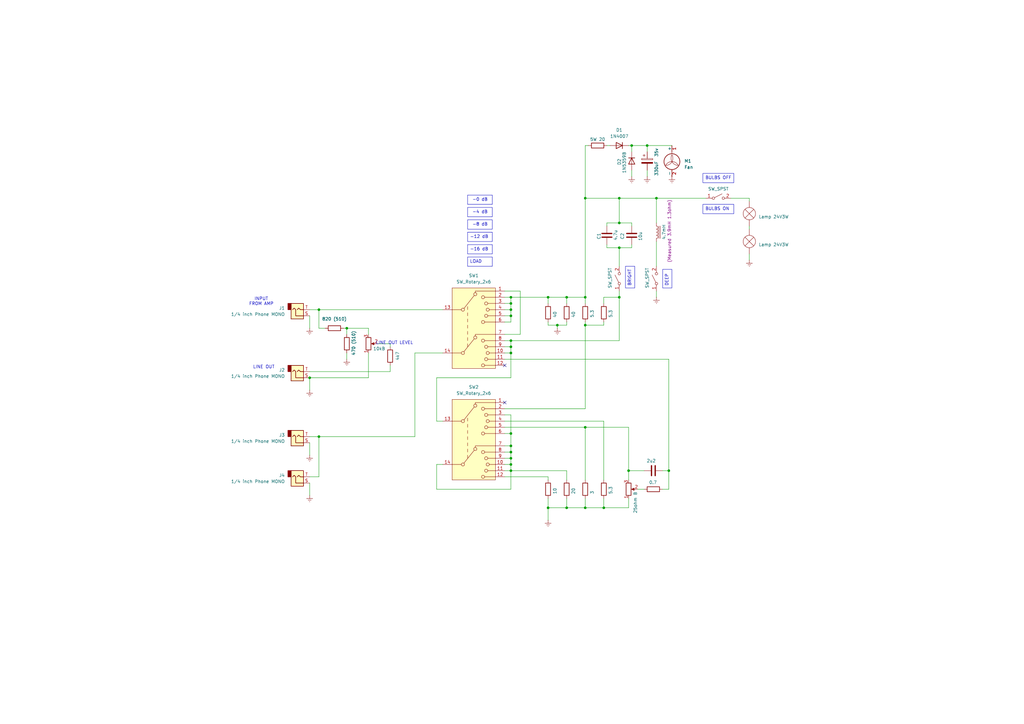
<source format=kicad_sch>
(kicad_sch (version 20250114) (generator "eeschema") (generator_version "9.0")
  (paper "A3")
  (title_block (title "THD Hot Plate 8ohm (traced)") (date "2025-04-14") (rev "A") (company "JJ1LFO@jarl.com"))
  (lib_symbols
    (symbol "Connector_Audio:AudioJack2"
      (property "Reference" "J" (at 0 8.89 0))
      (property "Value" "AudioJack2" (at 0 6.35 0))
      (symbol "AudioJack2_0_1"
        (rectangle (start -3.81 0) (end -2.54 -2.54) (stroke (width 0.254)) (fill (type outline)))
        (rectangle (start -2.54 3.81) (end 2.54 -2.54) (stroke (width 0.254)) (fill (type background)))
        (polyline (pts (xy 0 0) (xy 0.635 -0.635) (xy 1.27 0) (xy 2.54 0)) (stroke (width 0.254)))
        (polyline (pts (xy 2.54 2.54) (xy -0.635 2.54) (xy -0.635 0) (xy -1.27 -0.635) (xy -1.905 0)) (stroke (width 0.254)))
      )
      (symbol "AudioJack2_1_1"
        (pin passive line (at 5.08 2.54 180) (length 2.54) (name "~") (number "S"))
        (pin passive line (at 5.08 0 180) (length 2.54) (name "~") (number "T"))
      )
    )
    (symbol "Device:C" (pin_numbers (hide yes)) (pin_names (offset 0.254))
      (property "Reference" "C" (at 0.635 2.54 0))
      (property "Value" "C" (at 0.635 -2.54 0))
      (symbol "C_0_1"
        (polyline (pts (xy -2.032 0.762) (xy 2.032 0.762)) (stroke (width 0.508)))
        (polyline (pts (xy -2.032 -0.762) (xy 2.032 -0.762)) (stroke (width 0.508)))
      )
      (symbol "C_1_1"
        (pin passive line (at 0 3.81 270) (length 2.794) (name "~") (number "1"))
        (pin passive line (at 0 -3.81 90) (length 2.794) (name "~") (number "2"))
      )
    )
    (symbol "Device:C_Polarized" (pin_numbers (hide yes)) (pin_names (offset 0.254))
      (property "Reference" "C" (at 0.635 2.54 0))
      (property "Value" "C_Polarized" (at 0.635 -2.54 0))
      (symbol "C_Polarized_0_1"
        (rectangle (start -2.286 0.508) (end 2.286 1.016))
        (polyline (pts (xy -1.778 2.286) (xy -0.762 2.286)))
        (polyline (pts (xy -1.27 2.794) (xy -1.27 1.778)))
        (rectangle (start 2.286 -0.508) (end -2.286 -1.016) (fill (type outline)))
      )
      (symbol "C_Polarized_1_1"
        (pin passive line (at 0 3.81 270) (length 2.794) (name "~") (number "1"))
        (pin passive line (at 0 -3.81 90) (length 2.794) (name "~") (number "2"))
      )
    )
    (symbol "Device:L_Iron" (pin_numbers (hide yes)) (pin_names (offset 1.016) (hide yes))
      (property "Reference" "L" (at -1.27 0 90))
      (property "Value" "L_Iron" (at 2.794 0 90))
      (symbol "L_Iron_0_1"
        (arc (start 0 2.54) (mid 0.6323 1.905) (end 0 1.27))
        (arc (start 0 1.27) (mid 0.6323 0.635) (end 0 0))
        (arc (start 0 0) (mid 0.6323 -0.635) (end 0 -1.27))
        (arc (start 0 -1.27) (mid 0.6323 -1.905) (end 0 -2.54))
        (polyline (pts (xy 1.016 2.54) (xy 1.016 -2.54)))
        (polyline (pts (xy 1.524 -2.54) (xy 1.524 2.54)))
      )
      (symbol "L_Iron_1_1"
        (pin passive line (at 0 3.81 270) (length 1.27) (name "1") (number "1"))
        (pin passive line (at 0 -3.81 90) (length 1.27) (name "2") (number "2"))
      )
    )
    (symbol "Device:Lamp" (pin_numbers (hide yes)) (pin_names (offset 0.0254) (hide yes))
      (property "Reference" "LA" (at 0.635 3.81 0))
      (property "Value" "Lamp" (at 0.635 -3.81 0))
      (symbol "Lamp_0_1"
        (polyline (pts (xy -1.778 1.778) (xy 1.778 -1.778)))
        (circle (center 0 0) (radius 2.54))
        (polyline (pts (xy 1.778 1.778) (xy -1.778 -1.778)))
      )
      (symbol "Lamp_1_1"
        (pin passive line (at 0 5.08 270) (length 2.54) (name "+") (number "2"))
        (pin passive line (at 0 -5.08 90) (length 2.54) (name "-") (number "1"))
      )
    )
    (symbol "Device:R" (pin_numbers (hide yes)) (pin_names (offset 0))
      (property "Reference" "R" (at 2.032 0 90))
      (property "Value" "R" (at 0 0 90))
      (symbol "R_0_1"
        (rectangle (start -1.016 -2.54) (end 1.016 2.54) (stroke (width 0.254)))
      )
      (symbol "R_1_1"
        (pin passive line (at 0 3.81 270) (length 1.27) (name "~") (number "1"))
        (pin passive line (at 0 -3.81 90) (length 1.27) (name "~") (number "2"))
      )
    )
    (symbol "Device:R_Potentiometer" (pin_names (offset 1.016) (hide yes))
      (property "Reference" "RV" (at -4.445 0 90))
      (property "Value" "R_Potentiometer" (at -2.54 0 90))
      (symbol "R_Potentiometer_0_1"
        (rectangle (start 1.016 2.54) (end -1.016 -2.54) (stroke (width 0.254)))
        (polyline (pts (xy 1.143 0) (xy 2.286 0.508) (xy 2.286 -0.508) (xy 1.143 0)) (fill (type outline)))
        (polyline (pts (xy 2.54 0) (xy 1.524 0)))
      )
      (symbol "R_Potentiometer_1_1"
        (pin passive line (at 0 3.81 270) (length 1.27) (name "1") (number "1"))
        (pin passive line (at 0 -3.81 90) (length 1.27) (name "3") (number "3"))
        (pin passive line (at 3.81 0 180) (length 1.27) (name "2") (number "2"))
      )
    )
    (symbol "Diode:1N4007" (pin_numbers (hide yes)) (pin_names (hide yes))
      (property "Reference" "D" (at 0 2.54 0))
      (property "Value" "1N4007" (at 0 -2.54 0))
      (symbol "1N4007_0_1"
        (polyline (pts (xy -1.27 1.27) (xy -1.27 -1.27)) (stroke (width 0.254)))
        (polyline (pts (xy 1.27 1.27) (xy 1.27 -1.27) (xy -1.27 0) (xy 1.27 1.27)) (stroke (width 0.254)))
        (polyline (pts (xy 1.27 0) (xy -1.27 0)))
      )
      (symbol "1N4007_1_1"
        (pin passive line (at -3.81 0 0) (length 2.54) (name "K") (number "1"))
        (pin passive line (at 3.81 0 180) (length 2.54) (name "A") (number "2"))
      )
    )
    (symbol "Motor:Fan" (pin_names (offset 0))
      (property "Reference" "M" (at 2.54 5.08 0))
      (property "Value" "Fan" (at 2.54 -2.54 0))
      (symbol "Fan_0_1"
        (arc (start 0 3.81) (mid -0.0015 0.9048) (end -2.54 -0.508))
        (polyline (pts (xy 0 4.572) (xy 0 5.08)))
        (polyline (pts (xy 0 4.2672) (xy 0 4.6228)))
        (circle (center 0 1.016) (radius 3.2512) (stroke (width 0.254)))
        (arc (start -2.54 -0.508) (mid 0 1.0618) (end 2.54 -0.508))
        (polyline (pts (xy 0 -2.2352) (xy 0 -2.6416)))
        (polyline (pts (xy 0 -5.08) (xy 0 -4.572)))
        (arc (start 2.54 -0.508) (mid 0.047 0.9315) (end 0 3.81))
      )
      (symbol "Fan_1_1"
        (pin passive line (at 0 7.62 270) (length 2.54) (name "+") (number "1"))
        (pin passive line (at 0 -5.08 90) (length 2.54) (name "-") (number "2"))
      )
    )
    (symbol "Switch:SW_Rotary_2x6" (pin_names (offset 1.016) (hide yes))
      (property "Reference" "SW" (at 0 17.78 0))
      (property "Value" "SW_Rotary_2x6" (at 0 -17.78 0))
      (symbol "SW_Rotary_2x6_0_0"
        (circle (center -4.445 7.62) (radius 0.635))
        (circle (center -4.445 -10.16) (radius 0.635))
        (polyline (pts (xy -4.064 -9.652) (xy 0.2032 -4.318)))
        (polyline (pts (xy -4.0132 8.128) (xy 0.2032 13.462)))
        (polyline (pts (xy -2.54 7.62) (xy -2.54 8.89)))
        (polyline (pts (xy -2.54 5.08) (xy -2.54 6.35)))
        (polyline (pts (xy -2.54 2.54) (xy -2.54 3.81)))
        (polyline (pts (xy -2.54 0) (xy -2.54 1.27)))
        (polyline (pts (xy -2.54 -2.54) (xy -2.54 -1.27)))
        (polyline (pts (xy -2.54 -5.08) (xy -2.54 -3.81)))
        (polyline (pts (xy -2.54 -7.62) (xy -2.54 -6.35)))
        (polyline (pts (xy 0.635 14.605) (xy 0.635 15.24) (xy 8.89 15.24)))
        (circle (center 0.635 13.97) (radius 0.635))
        (polyline (pts (xy 0.635 -3.175) (xy 0.635 -2.54) (xy 8.89 -2.54)))
        (circle (center 0.635 -3.81) (radius 0.635))
        (circle (center 3.81 12.7) (radius 0.635))
        (circle (center 3.81 2.54) (radius 0.635))
        (circle (center 3.81 -5.08) (radius 0.635))
        (circle (center 3.81 -15.24) (radius 0.635))
        (polyline (pts (xy 4.445 12.7) (xy 8.89 12.7)))
        (polyline (pts (xy 4.445 -5.08) (xy 8.89 -5.08)))
        (circle (center 5.08 10.16) (radius 0.635))
        (circle (center 5.08 5.08) (radius 0.635))
        (circle (center 5.08 -7.62) (radius 0.635))
        (circle (center 5.08 -12.7) (radius 0.635))
        (polyline (pts (xy 5.715 10.16) (xy 8.89 10.16)))
        (circle (center 5.715 7.62) (radius 0.635))
        (polyline (pts (xy 5.715 5.08) (xy 8.89 5.08)))
        (polyline (pts (xy 5.715 -7.62) (xy 8.89 -7.62)))
        (circle (center 5.715 -10.16) (radius 0.635))
        (polyline (pts (xy 5.715 -12.7) (xy 8.89 -12.7)))
        (polyline (pts (xy 6.35 7.62) (xy 8.89 7.62)))
        (polyline (pts (xy 6.35 -10.16) (xy 8.89 -10.16)))
        (polyline (pts (xy 8.89 2.54) (xy 4.445 2.54)))
        (polyline (pts (xy 8.89 -15.24) (xy 4.445 -15.24)))
      )
      (symbol "SW_Rotary_2x6_0_1"
        (polyline (pts (xy -5.1308 -10.16) (xy -8.89 -10.16)))
        (polyline (pts (xy -5.08 7.62) (xy -8.89 7.62)))
      )
      (symbol "SW_Rotary_2x6_1_1"
        (rectangle (start -8.89 16.51) (end 8.89 -16.51) (fill (type background)))
        (pin passive line (at -12.7 7.62 0) (length 3.81) (name "13") (number "13"))
        (pin passive line (at -12.7 -10.16 0) (length 3.81) (name "14") (number "14"))
        (pin passive line (at 12.7 15.24 180) (length 3.81) (name "1") (number "1"))
        (pin passive line (at 12.7 12.7 180) (length 3.81) (name "2") (number "2"))
        (pin passive line (at 12.7 10.16 180) (length 3.81) (name "3") (number "3"))
        (pin passive line (at 12.7 7.62 180) (length 3.81) (name "4") (number "4"))
        (pin passive line (at 12.7 5.08 180) (length 3.81) (name "5") (number "5"))
        (pin passive line (at 12.7 2.54 180) (length 3.81) (name "6") (number "6"))
        (pin passive line (at 12.7 -2.54 180) (length 3.81) (name "7") (number "7"))
        (pin passive line (at 12.7 -5.08 180) (length 3.81) (name "8") (number "8"))
        (pin passive line (at 12.7 -7.62 180) (length 3.81) (name "9") (number "9"))
        (pin passive line (at 12.7 -10.16 180) (length 3.81) (name "10") (number "10"))
        (pin passive line (at 12.7 -12.7 180) (length 3.81) (name "11") (number "11"))
        (pin passive line (at 12.7 -15.24 180) (length 3.81) (name "12") (number "12"))
      )
    )
    (symbol "Switch:SW_SPST" (pin_names (offset 0) (hide yes))
      (property "Reference" "SW" (at 0 3.175 0))
      (property "Value" "SW_SPST" (at 0 -2.54 0))
      (symbol "SW_SPST_0_0"
        (circle (center -2.032 0) (radius 0.508))
        (polyline (pts (xy -1.524 0.254) (xy 1.524 1.778)))
        (circle (center 2.032 0) (radius 0.508))
      )
      (symbol "SW_SPST_1_1"
        (pin passive line (at -5.08 0 0) (length 2.54) (name "A") (number "1"))
        (pin passive line (at 5.08 0 180) (length 2.54) (name "B") (number "2"))
      )
    )
    (symbol "power:Earth" (power) (pin_numbers (hide yes)) (pin_names (offset 0) (hide yes))
      (property "Value" "Earth" (at 0 -3.81 0))
      (symbol "Earth_0_1"
        (polyline (pts (xy -0.635 -1.905) (xy 0.635 -1.905)))
        (polyline (pts (xy -0.127 -2.54) (xy 0.127 -2.54)))
        (polyline (pts (xy 0 -1.27) (xy 0 0)))
        (polyline (pts (xy 1.27 -1.27) (xy -1.27 -1.27)))
      )
      (symbol "Earth_1_1"
        (pin power_in line (at 0 0 270) (length 0) (name "~") (number "1"))
      )
    )
  )
  (text "LINE OUT LEVEL" (at 161.798 140.716 0) (effects (font (size 1.27 1.27))))
  (text "LINE OUT" (at 108.204 150.622 0) (effects (font (size 1.27 1.27))))
  (text "INPUT\nFROM AMP" (at 107.188 123.698 0) (effects (font (size 1.27 1.27))))
  (text_box " -0 dB" (at 191.77 80.01 0) (size 10.16 3.81) (margins 0.9525 0.9525 0.9525 0.9525) (effects (font (size 1.27 1.27)) (justify left top)))
  (text_box "DEEP" (at 271.78 110.49 90) (size 3.81 7.62) (margins 0.9525 0.9525 0.9525 0.9525) (effects (font (size 1.27 1.27)) (justify left top)))
  (text_box "BULBS OFF" (at 288.29 71.12 0) (size 12.7 3.81) (margins 0.9525 0.9525 0.9525 0.9525) (effects (font (size 1.27 1.27)) (justify left top)))
  (text_box " -8 dB" (at 191.77 90.17 0) (size 10.16 3.81) (margins 0.9525 0.9525 0.9525 0.9525) (effects (font (size 1.27 1.27)) (justify left top)))
  (text_box " -4 dB" (at 191.77 85.09 0) (size 10.16 3.81) (margins 0.9525 0.9525 0.9525 0.9525) (effects (font (size 1.27 1.27)) (justify left top)))
  (text_box "BULBS ON" (at 288.29 83.82 0) (size 12.7 3.81) (margins 0.9525 0.9525 0.9525 0.9525) (effects (font (size 1.27 1.27)) (justify left top)))
  (text_box "-16 dB" (at 191.77 100.33 0) (size 10.16 3.81) (margins 0.9525 0.9525 0.9525 0.9525) (effects (font (size 1.27 1.27)) (justify left top)))
  (text_box "BRIGHT" (at 256.54 109.22 90) (size 3.81 8.89) (margins 0.9525 0.9525 0.9525 0.9525) (effects (font (size 1.27 1.27)) (justify left top)))
  (text_box "LOAD" (at 191.77 105.41 0) (size 10.16 3.81) (margins 0.9525 0.9525 0.9525 0.9525) (effects (font (size 1.27 1.27)) (justify left top)))
  (text_box "-12 dB" (at 191.77 95.25 0) (size 10.16 3.81) (margins 0.9525 0.9525 0.9525 0.9525) (effects (font (size 1.27 1.27)) (justify left top)))
  (junction (at 232.41 121.92))
  (junction (at 240.03 175.26))
  (junction (at 265.43 59.69))
  (junction (at 127 154.94))
  (junction (at 254 121.92))
  (junction (at 274.32 193.04))
  (junction (at 142.24 134.62))
  (junction (at 209.55 142.24))
  (junction (at 254 91.44))
  (junction (at 209.55 177.8))
  (junction (at 232.41 208.28))
  (junction (at 209.55 139.7))
  (junction (at 247.65 208.28))
  (junction (at 130.81 127))
  (junction (at 254 101.6))
  (junction (at 209.55 185.42))
  (junction (at 257.81 193.04))
  (junction (at 240.03 208.28))
  (junction (at 240.03 81.28))
  (junction (at 269.24 81.28))
  (junction (at 209.55 144.78))
  (junction (at 209.55 124.46))
  (junction (at 228.6 133.35))
  (junction (at 130.81 179.07))
  (junction (at 209.55 129.54))
  (junction (at 209.55 121.92))
  (junction (at 224.79 208.28))
  (junction (at 209.55 193.04))
  (junction (at 209.55 190.5))
  (junction (at 259.08 59.69))
  (junction (at 209.55 182.88))
  (junction (at 224.79 121.92))
  (junction (at 209.55 187.96))
  (junction (at 240.03 121.92))
  (junction (at 209.55 127))
  (junction (at 240.03 133.35))
  (junction (at 254 81.28))
  (no_connect (at 207.01 165.1))
  (no_connect (at 207.01 149.86))
  (wire (pts (xy 261.62 200.66) (xy 264.16 200.66)))
  (wire (pts (xy 232.41 133.35) (xy 228.6 133.35)))
  (wire (pts (xy 224.79 132.08) (xy 224.79 133.35)))
  (wire (pts (xy 207.01 124.46) (xy 209.55 124.46)))
  (wire (pts (xy 265.43 59.69) (xy 275.59 59.69)))
  (wire (pts (xy 247.65 204.47) (xy 247.65 208.28)))
  (wire (pts (xy 254 121.92) (xy 254 139.7)))
  (wire (pts (xy 240.03 81.28) (xy 254 81.28)))
  (wire (pts (xy 240.03 208.28) (xy 247.65 208.28)))
  (wire (pts (xy 248.92 59.69) (xy 250.19 59.69)))
  (wire (pts (xy 160.02 152.4) (xy 127 152.4)))
  (wire (pts (xy 181.61 190.5) (xy 179.07 190.5)))
  (wire (pts (xy 247.65 124.46) (xy 247.65 121.92)))
  (wire (pts (xy 271.78 200.66) (xy 274.32 200.66)))
  (wire (pts (xy 130.81 134.62) (xy 133.35 134.62)))
  (wire (pts (xy 232.41 204.47) (xy 232.41 208.28)))
  (wire (pts (xy 209.55 170.18) (xy 209.55 177.8)))
  (wire (pts (xy 232.41 196.85) (xy 232.41 193.04)))
  (wire (pts (xy 209.55 182.88) (xy 209.55 185.42)))
  (wire (pts (xy 307.34 104.14) (xy 307.34 106.68)))
  (wire (pts (xy 248.92 100.33) (xy 248.92 101.6)))
  (wire (pts (xy 209.55 121.92) (xy 224.79 121.92)))
  (wire (pts (xy 207.01 142.24) (xy 209.55 142.24)))
  (wire (pts (xy 181.61 127) (xy 130.81 127)))
  (wire (pts (xy 257.81 59.69) (xy 259.08 59.69)))
  (wire (pts (xy 224.79 196.85) (xy 224.79 195.58)))
  (wire (pts (xy 257.81 175.26) (xy 257.81 193.04)))
  (wire (pts (xy 213.36 119.38) (xy 213.36 137.16)))
  (wire (pts (xy 160.02 149.86) (xy 160.02 152.4)))
  (wire (pts (xy 257.81 193.04) (xy 257.81 196.85)))
  (wire (pts (xy 240.03 132.08) (xy 240.03 133.35)))
  (wire (pts (xy 209.55 132.08) (xy 209.55 129.54)))
  (wire (pts (xy 259.08 59.69) (xy 265.43 59.69)))
  (wire (pts (xy 269.24 81.28) (xy 289.56 81.28)))
  (wire (pts (xy 240.03 196.85) (xy 240.03 175.26)))
  (wire (pts (xy 257.81 204.47) (xy 257.81 208.28)))
  (wire (pts (xy 232.41 121.92) (xy 232.41 124.46)))
  (wire (pts (xy 259.08 100.33) (xy 259.08 101.6)))
  (wire (pts (xy 207.01 185.42) (xy 209.55 185.42)))
  (wire (pts (xy 142.24 144.78) (xy 142.24 147.32)))
  (wire (pts (xy 228.6 133.35) (xy 228.6 134.62)))
  (wire (pts (xy 247.65 121.92) (xy 254 121.92)))
  (wire (pts (xy 209.55 139.7) (xy 254 139.7)))
  (wire (pts (xy 241.3 59.69) (xy 240.03 59.69)))
  (wire (pts (xy 127 198.12) (xy 127 203.2)))
  (wire (pts (xy 259.08 91.44) (xy 259.08 92.71)))
  (wire (pts (xy 207.01 190.5) (xy 209.55 190.5)))
  (wire (pts (xy 181.61 144.78) (xy 170.18 144.78)))
  (wire (pts (xy 209.55 190.5) (xy 209.55 193.04)))
  (wire (pts (xy 207.01 119.38) (xy 213.36 119.38)))
  (wire (pts (xy 259.08 69.85) (xy 259.08 72.39)))
  (wire (pts (xy 254 101.6) (xy 254 109.22)))
  (wire (pts (xy 127 181.61) (xy 127 186.69)))
  (wire (pts (xy 207.01 144.78) (xy 209.55 144.78)))
  (wire (pts (xy 240.03 175.26) (xy 257.81 175.26)))
  (wire (pts (xy 247.65 208.28) (xy 257.81 208.28)))
  (wire (pts (xy 254 81.28) (xy 254 91.44)))
  (wire (pts (xy 240.03 59.69) (xy 240.03 81.28)))
  (wire (pts (xy 232.41 132.08) (xy 232.41 133.35)))
  (wire (pts (xy 240.03 124.46) (xy 240.03 121.92)))
  (wire (pts (xy 254 91.44) (xy 259.08 91.44)))
  (wire (pts (xy 207.01 195.58) (xy 224.79 195.58)))
  (wire (pts (xy 259.08 59.69) (xy 259.08 62.23)))
  (wire (pts (xy 307.34 81.28) (xy 307.34 82.55)))
  (wire (pts (xy 247.65 133.35) (xy 247.65 132.08)))
  (wire (pts (xy 269.24 119.38) (xy 269.24 121.92)))
  (wire (pts (xy 247.65 133.35) (xy 240.03 133.35)))
  (wire (pts (xy 254 81.28) (xy 269.24 81.28)))
  (wire (pts (xy 154.94 140.97) (xy 160.02 140.97)))
  (wire (pts (xy 207.01 147.32) (xy 274.32 147.32)))
  (wire (pts (xy 254 101.6) (xy 259.08 101.6)))
  (wire (pts (xy 207.01 187.96) (xy 209.55 187.96)))
  (wire (pts (xy 140.97 134.62) (xy 142.24 134.62)))
  (wire (pts (xy 209.55 142.24) (xy 209.55 144.78)))
  (wire (pts (xy 170.18 179.07) (xy 130.81 179.07)))
  (wire (pts (xy 271.78 193.04) (xy 274.32 193.04)))
  (wire (pts (xy 224.79 121.92) (xy 232.41 121.92)))
  (wire (pts (xy 127 154.94) (xy 127 160.02)))
  (wire (pts (xy 207.01 137.16) (xy 213.36 137.16)))
  (wire (pts (xy 269.24 99.06) (xy 269.24 109.22)))
  (wire (pts (xy 209.55 121.92) (xy 209.55 124.46)))
  (wire (pts (xy 265.43 59.69) (xy 265.43 62.23)))
  (wire (pts (xy 269.24 81.28) (xy 269.24 91.44)))
  (wire (pts (xy 209.55 193.04) (xy 232.41 193.04)))
  (wire (pts (xy 127 179.07) (xy 130.81 179.07)))
  (wire (pts (xy 274.32 147.32) (xy 274.32 193.04)))
  (wire (pts (xy 160.02 140.97) (xy 160.02 142.24)))
  (wire (pts (xy 299.72 81.28) (xy 307.34 81.28)))
  (wire (pts (xy 151.13 134.62) (xy 151.13 137.16)))
  (wire (pts (xy 209.55 187.96) (xy 209.55 190.5)))
  (wire (pts (xy 274.32 193.04) (xy 274.32 200.66)))
  (wire (pts (xy 265.43 69.85) (xy 265.43 72.39)))
  (wire (pts (xy 179.07 172.72) (xy 181.61 172.72)))
  (wire (pts (xy 209.55 185.42) (xy 209.55 187.96)))
  (wire (pts (xy 257.81 193.04) (xy 264.16 193.04)))
  (wire (pts (xy 224.79 204.47) (xy 224.79 208.28)))
  (wire (pts (xy 207.01 127) (xy 209.55 127)))
  (wire (pts (xy 240.03 121.92) (xy 232.41 121.92)))
  (wire (pts (xy 240.03 204.47) (xy 240.03 208.28)))
  (wire (pts (xy 240.03 81.28) (xy 240.03 121.92)))
  (wire (pts (xy 130.81 127) (xy 127 127)))
  (wire (pts (xy 207.01 129.54) (xy 209.55 129.54)))
  (wire (pts (xy 228.6 133.35) (xy 224.79 133.35)))
  (wire (pts (xy 248.92 91.44) (xy 248.92 92.71)))
  (wire (pts (xy 247.65 196.85) (xy 247.65 172.72)))
  (wire (pts (xy 207.01 175.26) (xy 240.03 175.26)))
  (wire (pts (xy 207.01 139.7) (xy 209.55 139.7)))
  (wire (pts (xy 130.81 134.62) (xy 130.81 127)))
  (wire (pts (xy 127 129.54) (xy 127 134.62)))
  (wire (pts (xy 209.55 139.7) (xy 209.55 142.24)))
  (wire (pts (xy 240.03 133.35) (xy 240.03 167.64)))
  (wire (pts (xy 142.24 134.62) (xy 142.24 137.16)))
  (wire (pts (xy 240.03 167.64) (xy 207.01 167.64)))
  (wire (pts (xy 247.65 172.72) (xy 207.01 172.72)))
  (wire (pts (xy 248.92 91.44) (xy 254 91.44)))
  (wire (pts (xy 151.13 144.78) (xy 151.13 154.94)))
  (wire (pts (xy 232.41 208.28) (xy 224.79 208.28)))
  (wire (pts (xy 207.01 182.88) (xy 209.55 182.88)))
  (wire (pts (xy 207.01 170.18) (xy 209.55 170.18)))
  (wire (pts (xy 254 119.38) (xy 254 121.92)))
  (wire (pts (xy 224.79 121.92) (xy 224.79 124.46)))
  (wire (pts (xy 179.07 154.94) (xy 209.55 154.94)))
  (wire (pts (xy 207.01 132.08) (xy 209.55 132.08)))
  (wire (pts (xy 170.18 144.78) (xy 170.18 179.07)))
  (wire (pts (xy 209.55 121.92) (xy 207.01 121.92)))
  (wire (pts (xy 207.01 177.8) (xy 209.55 177.8)))
  (wire (pts (xy 151.13 154.94) (xy 127 154.94)))
  (wire (pts (xy 240.03 208.28) (xy 232.41 208.28)))
  (wire (pts (xy 179.07 200.66) (xy 209.55 200.66)))
  (wire (pts (xy 209.55 144.78) (xy 209.55 154.94)))
  (wire (pts (xy 209.55 200.66) (xy 209.55 193.04)))
  (wire (pts (xy 130.81 195.58) (xy 127 195.58)))
  (wire (pts (xy 207.01 193.04) (xy 209.55 193.04)))
  (wire (pts (xy 179.07 154.94) (xy 179.07 172.72)))
  (wire (pts (xy 179.07 190.5) (xy 179.07 200.66)))
  (wire (pts (xy 307.34 92.71) (xy 307.34 93.98)))
  (wire (pts (xy 248.92 101.6) (xy 254 101.6)))
  (wire (pts (xy 224.79 208.28) (xy 224.79 213.36)))
  (wire (pts (xy 209.55 127) (xy 209.55 124.46)))
  (wire (pts (xy 209.55 127) (xy 209.55 129.54)))
  (wire (pts (xy 130.81 179.07) (xy 130.81 195.58)))
  (wire (pts (xy 209.55 177.8) (xy 209.55 182.88)))
  (wire (pts (xy 142.24 134.62) (xy 151.13 134.62)))
  (symbol (lib_id "Switch:SW_SPST") (at 254 114.3 90) (unit 1)
    (property "Reference" "SW4" (effects (hide yes)))
    (property "Value" "SW_SPST" (at 250.19 109.728 0) (effects (justify right)))
    (property "Description" "Single Pole Single Throw (SPST) switch" (effects (hide yes)))
  )
  (symbol (lib_id "Diode:1N4007") (at 254 59.69 180) (unit 1)
    (property "Reference" "D1" (at 254 53.34 0))
    (property "Value" "1N4007" (at 254 55.88 0))
    (property "Footprint" "Diode_THT:D_DO-41_SOD81_P10.16mm_Horizontal" (effects (hide yes)))
    (property "Datasheet" "http://www.vishay.com/docs/88503/1n4001.pdf" (effects (hide yes)))
    (property "Description" "1000V 1A General Purpose Rectifier Diode, DO-41" (effects (hide yes)))
    (property "Sim.Device" "D" (effects (hide yes)))
    (property "Sim.Pins" "1=K 2=A" (effects (hide yes)))
  )
  (symbol (lib_id "Device:R") (at 247.65 128.27 0) (unit 1)
    (property "Reference" "R6" (effects (hide yes)))
    (property "Value" "5.3" (at 250.444 130.302 90) (effects (justify left)))
    (property "Description" "Resistor" (effects (hide yes)))
  )
  (symbol (lib_id "Device:R") (at 232.41 128.27 0) (unit 1)
    (property "Reference" "R4" (effects (hide yes)))
    (property "Value" "40" (at 235.204 130.302 90) (effects (justify left)))
    (property "Description" "Resistor" (effects (hide yes)))
  )
  (symbol (lib_id "Connector_Audio:AudioJack2") (at 121.92 127 0) (mirror x) (unit 1)
    (property "Reference" "J1" (at 116.84 126.3649 0) (effects (justify right)))
    (property "Value" "1/4 inch Phone MONO" (at 116.84 128.9049 0) (effects (justify right)))
    (property "Description" "Audio Jack, 2 Poles (Mono / TS)" (effects (hide yes)))
  )
  (symbol (lib_id "Device:R") (at 245.11 59.69 270) (unit 1)
    (property "Reference" "R12" (effects (hide yes)))
    (property "Value" "5W 20" (at 245.11 57.15 90))
    (property "Description" "Resistor" (effects (hide yes)))
  )
  (symbol (lib_id "power:Earth") (at 228.6 134.62 0) (unit 1)
    (property "Reference" "#PWR06" (effects (hide yes)))
    (property "Value" "Earth" (effects (hide yes)))
    (property "Description" "Power symbol creates a global label with name \"Earth\"" (effects (hide yes)))
  )
  (symbol (lib_id "power:Earth") (at 127 186.69 0) (unit 1)
    (property "Reference" "#PWR04" (effects (hide yes)))
    (property "Value" "Earth" (effects (hide yes)))
    (property "Description" "Power symbol creates a global label with name \"Earth\"" (effects (hide yes)))
  )
  (symbol (lib_id "Device:C") (at 267.97 193.04 90) (unit 1)
    (property "Reference" "C3" (effects (hide yes)))
    (property "Value" "2u2" (at 268.986 188.976 90) (effects (justify left)))
    (property "Description" "Unpolarized capacitor" (effects (hide yes)))
  )
  (symbol (lib_id "Device:R") (at 267.97 200.66 270) (unit 1)
    (property "Reference" "R13" (effects (hide yes)))
    (property "Value" "0.7" (at 266.192 197.866 90) (effects (justify left)))
    (property "Description" "Resistor" (effects (hide yes)))
  )
  (symbol (lib_id "Device:Lamp") (at 307.34 87.63 0) (unit 1)
    (property "Reference" "LA1" (effects (hide yes)))
    (property "Value" "Lamp 24V3W" (at 311.15 88.8999 0) (effects (justify left)))
    (property "Description" "Lamp" (effects (hide yes)))
  )
  (symbol (lib_id "Device:R") (at 142.24 140.97 0) (unit 1)
    (property "Reference" "R2" (effects (hide yes)))
    (property "Value" "470 (510)" (at 145.034 145.796 90) (effects (justify left)))
    (property "Description" "Resistor" (effects (hide yes)))
  )
  (symbol (lib_id "Connector_Audio:AudioJack2") (at 121.92 195.58 0) (mirror x) (unit 1)
    (property "Reference" "J4" (at 116.84 194.9449 0) (effects (justify right)))
    (property "Value" "1/4 inch Phone MONO" (at 116.84 197.4849 0) (effects (justify right)))
    (property "Description" "Audio Jack, 2 Poles (Mono / TS)" (effects (hide yes)))
  )
  (symbol (lib_id "Switch:SW_Rotary_2x6") (at 194.31 134.62 0) (unit 1)
    (property "Reference" "SW1" (at 194.31 113.03 0))
    (property "Value" "SW_Rotary_2x6" (at 194.31 115.57 0))
    (property "Datasheet" "http://cdn-reichelt.de/documents/datenblatt/C200/DS-Serie%23LOR.pdf" (effects (hide yes)))
    (property "Description" "2 rotary switch with 6 positions" (effects (hide yes)))
  )
  (symbol (lib_id "power:Earth") (at 265.43 72.39 0) (unit 1)
    (property "Reference" "#PWR09" (effects (hide yes)))
    (property "Value" "Earth" (effects (hide yes)))
    (property "Description" "Power symbol creates a global label with name \"Earth\"" (effects (hide yes)))
  )
  (symbol (lib_id "power:Earth") (at 259.08 72.39 0) (unit 1)
    (property "Reference" "#PWR010" (effects (hide yes)))
    (property "Value" "Earth" (effects (hide yes)))
    (property "Description" "Power symbol creates a global label with name \"Earth\"" (effects (hide yes)))
  )
  (symbol (lib_id "Connector_Audio:AudioJack2") (at 121.92 152.4 0) (mirror x) (unit 1)
    (property "Reference" "J2" (at 116.84 151.7649 0) (effects (justify right)))
    (property "Value" "1/4 inch Phone MONO" (at 116.84 154.3049 0) (effects (justify right)))
    (property "Description" "Audio Jack, 2 Poles (Mono / TS)" (effects (hide yes)))
  )
  (symbol (lib_id "power:Earth") (at 127 203.2 0) (unit 1)
    (property "Reference" "#PWR05" (effects (hide yes)))
    (property "Value" "Earth" (effects (hide yes)))
    (property "Description" "Power symbol creates a global label with name \"Earth\"" (effects (hide yes)))
  )
  (symbol (lib_id "power:Earth") (at 307.34 106.68 0) (unit 1)
    (property "Reference" "#PWR07" (effects (hide yes)))
    (property "Value" "Earth" (effects (hide yes)))
    (property "Description" "Power symbol creates a global label with name \"Earth\"" (effects (hide yes)))
  )
  (symbol (lib_id "Diode:1N4007") (at 259.08 66.04 270) (unit 1)
    (property "Reference" "D2" (at 254 65.024 0) (effects (justify left)))
    (property "Value" "1N5359B" (at 256.032 62.23 0) (effects (justify left)))
    (property "Footprint" "Diode_THT:D_DO-41_SOD81_P10.16mm_Horizontal" (effects (hide yes)))
    (property "Datasheet" "http://www.vishay.com/docs/88503/1n4001.pdf" (effects (hide yes)))
    (property "Description" "1000V 1A General Purpose Rectifier Diode, DO-41" (effects (hide yes)))
    (property "Sim.Device" "D" (effects (hide yes)))
    (property "Sim.Pins" "1=K 2=A" (effects (hide yes)))
  )
  (symbol (lib_id "Device:R") (at 232.41 200.66 0) (unit 1)
    (property "Reference" "R8" (effects (hide yes)))
    (property "Value" "20" (at 235.204 202.692 90) (effects (justify left)))
    (property "Description" "Resistor" (effects (hide yes)))
  )
  (symbol (lib_id "Device:R") (at 247.65 200.66 0) (unit 1)
    (property "Reference" "R10" (effects (hide yes)))
    (property "Value" "5.3" (at 250.444 202.692 90) (effects (justify left)))
    (property "Description" "Resistor" (effects (hide yes)))
  )
  (symbol (lib_id "power:Earth") (at 127 160.02 0) (unit 1)
    (property "Reference" "#PWR02" (effects (hide yes)))
    (property "Value" "Earth" (effects (hide yes)))
    (property "Description" "Power symbol creates a global label with name \"Earth\"" (effects (hide yes)))
  )
  (symbol (lib_id "Device:R") (at 224.79 128.27 0) (unit 1)
    (property "Reference" "R3" (effects (hide yes)))
    (property "Value" "40" (at 227.584 130.302 90) (effects (justify left)))
    (property "Description" "Resistor" (effects (hide yes)))
  )
  (symbol (lib_id "power:Earth") (at 142.24 147.32 0) (unit 1)
    (property "Reference" "#PWR03" (effects (hide yes)))
    (property "Value" "Earth" (effects (hide yes)))
    (property "Description" "Power symbol creates a global label with name \"Earth\"" (effects (hide yes)))
  )
  (symbol (lib_id "power:Earth") (at 269.24 121.92 0) (unit 1)
    (property "Reference" "#PWR012" (effects (hide yes)))
    (property "Value" "Earth" (effects (hide yes)))
    (property "Description" "Power symbol creates a global label with name \"Earth\"" (effects (hide yes)))
  )
  (symbol (lib_id "Device:Lamp") (at 307.34 99.06 0) (unit 1)
    (property "Reference" "LA2" (effects (hide yes)))
    (property "Value" "Lamp 24V3W" (at 311.15 100.3299 0) (effects (justify left)))
    (property "Description" "Lamp" (effects (hide yes)))
  )
  (symbol (lib_id "power:Earth") (at 275.59 72.39 0) (unit 1)
    (property "Reference" "#PWR011" (effects (hide yes)))
    (property "Value" "Earth" (effects (hide yes)))
    (property "Description" "Power symbol creates a global label with name \"Earth\"" (effects (hide yes)))
  )
  (symbol (lib_id "Switch:SW_SPST") (at 294.64 81.28 0) (unit 1)
    (property "Reference" "SW3" (effects (hide yes)))
    (property "Value" "SW_SPST" (at 294.64 77.47 0))
    (property "Description" "Single Pole Single Throw (SPST) switch" (effects (hide yes)))
  )
  (symbol (lib_id "Switch:SW_SPST") (at 269.24 114.3 90) (unit 1)
    (property "Reference" "SW5" (effects (hide yes)))
    (property "Value" "SW_SPST" (at 265.43 109.728 0) (effects (justify right)))
    (property "Description" "Single Pole Single Throw (SPST) switch" (effects (hide yes)))
  )
  (symbol (lib_id "power:Earth") (at 224.79 213.36 0) (unit 1)
    (property "Reference" "#PWR08" (effects (hide yes)))
    (property "Value" "Earth" (effects (hide yes)))
    (property "Description" "Power symbol creates a global label with name \"Earth\"" (effects (hide yes)))
  )
  (symbol (lib_id "Device:R") (at 240.03 200.66 0) (unit 1)
    (property "Reference" "R9" (effects (hide yes)))
    (property "Value" "3" (at 242.824 202.692 90) (effects (justify left)))
    (property "Description" "Resistor" (effects (hide yes)))
  )
  (symbol (lib_id "Device:R") (at 224.79 200.66 0) (unit 1)
    (property "Reference" "R7" (effects (hide yes)))
    (property "Value" "10" (at 227.584 202.692 90) (effects (justify left)))
    (property "Description" "Resistor" (effects (hide yes)))
  )
  (symbol (lib_id "Switch:SW_Rotary_2x6") (at 194.31 180.34 0) (unit 1)
    (property "Reference" "SW2" (at 194.31 158.75 0))
    (property "Value" "SW_Rotary_2x6" (at 194.31 161.29 0))
    (property "Datasheet" "http://cdn-reichelt.de/documents/datenblatt/C200/DS-Serie%23LOR.pdf" (effects (hide yes)))
    (property "Description" "2 rotary switch with 6 positions" (effects (hide yes)))
  )
  (symbol (lib_id "Device:R_Potentiometer") (at 257.81 200.66 0) (mirror x) (unit 1)
    (property "Reference" "RV2" (effects (hide yes)))
    (property "Value" "25ohm B" (at 260.604 210.566 90) (effects (justify right)))
    (property "Description" "Potentiometer" (effects (hide yes)))
  )
  (symbol (lib_id "power:Earth") (at 127 134.62 0) (unit 1)
    (property "Reference" "#PWR01" (effects (hide yes)))
    (property "Value" "Earth" (effects (hide yes)))
    (property "Description" "Power symbol creates a global label with name \"Earth\"" (effects (hide yes)))
  )
  (symbol (lib_id "Device:R") (at 137.16 134.62 270) (unit 1)
    (property "Reference" "R1" (effects (hide yes)))
    (property "Value" "820 (510)" (at 137.16 130.81 90))
    (property "Description" "Resistor" (effects (hide yes)))
  )
  (symbol (lib_id "Device:R") (at 240.03 128.27 0) (unit 1)
    (property "Reference" "R5" (effects (hide yes)))
    (property "Value" "5.3" (at 242.824 130.302 90) (effects (justify left)))
    (property "Description" "Resistor" (effects (hide yes)))
  )
  (symbol (lib_id "Connector_Audio:AudioJack2") (at 121.92 179.07 0) (mirror x) (unit 1)
    (property "Reference" "J3" (at 116.84 178.4349 0) (effects (justify right)))
    (property "Value" "1/4 inch Phone MONO" (at 116.84 180.9749 0) (effects (justify right)))
    (property "Description" "Audio Jack, 2 Poles (Mono / TS)" (effects (hide yes)))
  )
  (symbol (lib_id "Device:R_Potentiometer") (at 151.13 140.97 0) (mirror x) (unit 1)
    (property "Reference" "RV1" (effects (hide yes)))
    (property "Value" "10kB" (at 157.988 143.002 0) (effects (justify right)))
    (property "Description" "Potentiometer" (effects (hide yes)))
  )
  (symbol (lib_id "Motor:Fan") (at 275.59 67.31 0) (unit 1)
    (property "Reference" "M1" (at 280.67 66.0399 0) (effects (justify left)))
    (property "Value" "Fan" (at 280.67 68.5799 0) (effects (justify left)))
    (property "Description" "Fan" (effects (hide yes)))
  )
  (symbol (lib_id "Device:C") (at 248.92 96.52 180) (unit 1)
    (property "Reference" "C1" (at 245.618 95.504 90) (effects (justify left)))
    (property "Value" "4.7u" (at 252.476 94.234 90) (effects (justify left)))
    (property "Description" "Unpolarized capacitor" (effects (hide yes)))
  )
  (symbol (lib_id "Device:C") (at 259.08 96.52 180) (unit 1)
    (property "Reference" "C2" (at 255.27 95.504 90) (effects (justify left)))
    (property "Value" "10u" (at 262.636 94.996 90) (effects (justify left)))
    (property "Description" "Unpolarized capacitor" (effects (hide yes)))
  )
  (symbol (lib_id "Device:R") (at 160.02 146.05 0) (unit 1)
    (property "Reference" "R11" (effects (hide yes)))
    (property "Value" "4k7" (at 163.068 147.828 90) (effects (justify left)))
    (property "Description" "Resistor" (effects (hide yes)))
  )
  (symbol (lib_id "Device:L_Iron") (at 269.24 95.25 0) (unit 1)
    (property "Reference" "L1" (effects (hide yes)))
    (property "Value" "4.7mH" (at 272.288 98.298 90) (effects (justify left)))
    (property "Description" "(Measured 3.9mH 1.3ohm)" (at 274.574 94.742 90))
  )
  (symbol (lib_id "Device:C_Polarized") (at 265.43 66.04 0) (unit 1)
    (property "Reference" "C4" (effects (hide yes)))
    (property "Value" "330uF  35v" (at 269.24 72.136 90) (effects (justify left)))
    (property "Description" "Polarized capacitor" (effects (hide yes)))
  )
)
</source>
